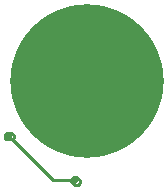
<source format=gbl>
G04 #@! TF.FileFunction,Copper,L2,Bot,Signal*
%FSLAX46Y46*%
G04 Gerber Fmt 4.6, Leading zero omitted, Abs format (unit mm)*
G04 Created by KiCad (PCBNEW 4.0.2+dfsg1-stable) date Tue 27 Nov 2018 02:44:50 AM EST*
%MOMM*%
G01*
G04 APERTURE LIST*
%ADD10C,0.100000*%
%ADD11C,13.000000*%
%ADD12C,0.600000*%
%ADD13C,0.250000*%
G04 APERTURE END LIST*
D10*
D11*
X147000000Y-97000000D03*
D12*
X140400000Y-101700000D03*
X146000000Y-105400000D03*
D13*
X140650000Y-101950000D02*
X140800000Y-101800000D01*
X140150000Y-101950000D02*
X140650000Y-101950000D01*
X140100000Y-101900000D02*
X140150000Y-101950000D01*
X140100000Y-101500000D02*
X140100000Y-101900000D01*
X140200000Y-101400000D02*
X140100000Y-101500000D01*
X140600000Y-101400000D02*
X140200000Y-101400000D01*
X140800000Y-101600000D02*
X140600000Y-101400000D01*
X140800000Y-101800000D02*
X140800000Y-101600000D01*
X145600000Y-105400000D02*
X145900000Y-105100000D01*
X146000000Y-105800000D02*
X145600000Y-105400000D01*
X146200000Y-105800000D02*
X146000000Y-105800000D01*
X146400000Y-105600000D02*
X146200000Y-105800000D01*
X146400000Y-105400000D02*
X146400000Y-105600000D01*
X146100000Y-105100000D02*
X146400000Y-105400000D01*
X145900000Y-105100000D02*
X146100000Y-105100000D01*
X140400000Y-101700000D02*
X140650000Y-101950000D01*
X140650000Y-101950000D02*
X144100000Y-105400000D01*
X144100000Y-105400000D02*
X145600000Y-105400000D01*
X145600000Y-105400000D02*
X146000000Y-105400000D01*
M02*

</source>
